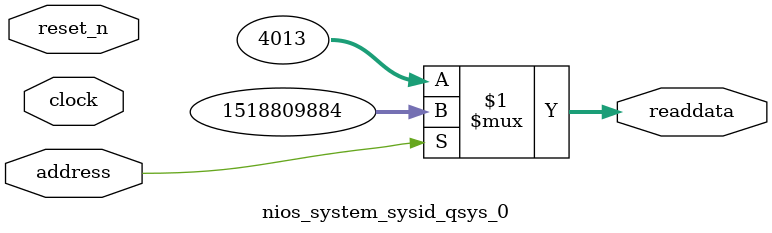
<source format=v>



// synthesis translate_off
`timescale 1ns / 1ps
// synthesis translate_on

// turn off superfluous verilog processor warnings 
// altera message_level Level1 
// altera message_off 10034 10035 10036 10037 10230 10240 10030 

module nios_system_sysid_qsys_0 (
               // inputs:
                address,
                clock,
                reset_n,

               // outputs:
                readdata
             )
;

  output  [ 31: 0] readdata;
  input            address;
  input            clock;
  input            reset_n;

  wire    [ 31: 0] readdata;
  //control_slave, which is an e_avalon_slave
  assign readdata = address ? 1518809884 : 4013;

endmodule



</source>
